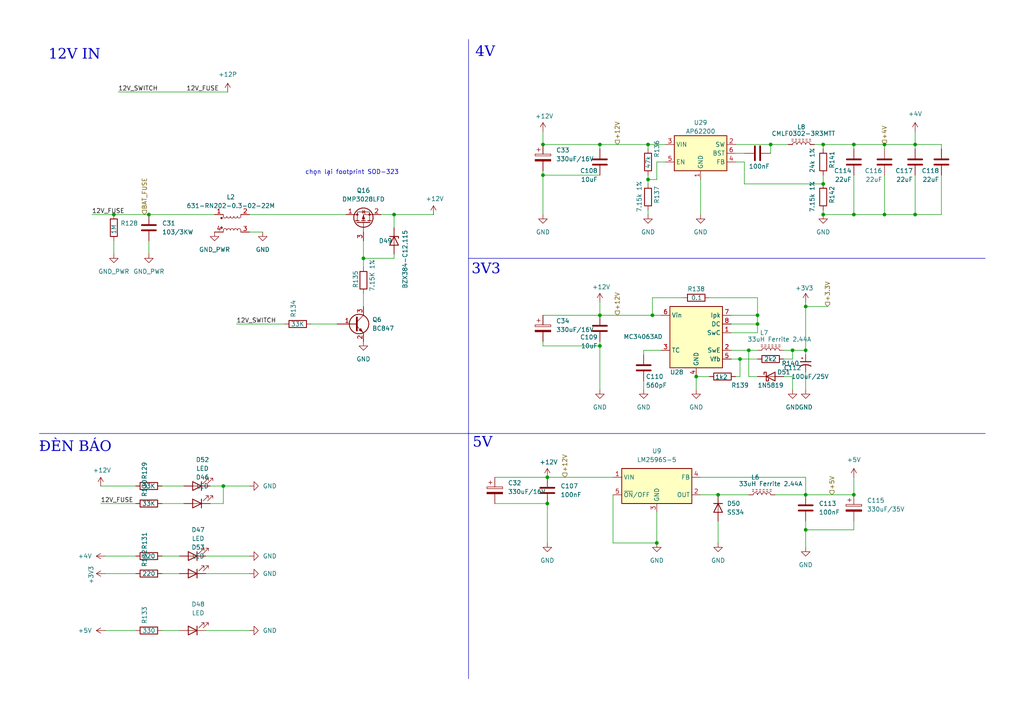
<source format=kicad_sch>
(kicad_sch (version 20231120) (generator "eeschema") (generator_version "8.0")
  (paper "A4")
  (lib_symbols
    (symbol "CTS_Regulator_Switching:AP62300T"
      (property "Reference" "U" (at -7.62 6.35 0))
      (property "Value" "AP62300T" (at 6.35 -6.35 0))
      (symbol "AP62300T_0_1"
        (rectangle (start -7.62 5.08) (end 7.62 -5.08) (stroke (width 0.254)) (fill (type background)))
      )
      (symbol "AP62300T_1_1"
        (pin power_in line (at 0 -7.62 90) (length 2.54) (name "GND") (number "1"))
        (pin output line (at 10.16 2.54 180) (length 2.54) (name "SW") (number "2"))
        (pin power_in line (at -10.16 2.54 0) (length 2.54) (name "VIN") (number "3"))
        (pin input line (at 10.16 -2.54 180) (length 2.54) (name "FB") (number "4"))
        (pin input line (at -10.16 -2.54 0) (length 2.54) (name "EN") (number "5"))
        (pin passive line (at 10.16 0 180) (length 2.54) (name "BST") (number "6"))
      )
    )
    (symbol "Device:C" (pin_numbers hide) (pin_names (offset 0.254))
      (property "Reference" "C" (at 0.635 2.54 0))
      (property "Value" "C" (at 0.635 -2.54 0))
      (symbol "C_0_1"
        (polyline (pts (xy -2.032 -0.762) (xy 2.032 -0.762)) (stroke (width 0.508)))
        (polyline (pts (xy -2.032 0.762) (xy 2.032 0.762)) (stroke (width 0.508)))
      )
      (symbol "C_1_1"
        (pin passive line (at 0 3.81 270) (length 2.794) (name "~") (number "1"))
        (pin passive line (at 0 -3.81 90) (length 2.794) (name "~") (number "2"))
      )
    )
    (symbol "Device:CP1_Small" (pin_numbers hide) (pin_names (offset 0.254) hide)
      (property "Reference" "C" (at 0.254 1.778 0))
      (property "Value" "Device_CP1_Small" (at 0.254 -2.032 0))
      (symbol "CP1_Small_0_1"
        (polyline (pts (xy -1.524 0.508) (xy 1.524 0.508)) (stroke (width 0.3048)))
        (polyline (pts (xy -1.27 1.524) (xy -0.762 1.524)))
        (polyline (pts (xy -1.016 1.27) (xy -1.016 1.778)))
        (arc (start 1.524 -0.762) (mid 0 -0.3734) (end -1.524 -0.762) (stroke (width 0.3048)))
      )
      (symbol "CP1_Small_1_1"
        (pin passive line (at 0 2.54 270) (length 2.032) (name "~") (number "1"))
        (pin passive line (at 0 -2.54 90) (length 2.032) (name "~") (number "2"))
      )
    )
    (symbol "Device:C_Polarized" (pin_numbers hide) (pin_names (offset 0.254))
      (property "Reference" "C" (at 0.635 2.54 0))
      (property "Value" "C_Polarized" (at 0.635 -2.54 0))
      (symbol "C_Polarized_0_1"
        (rectangle (start -2.286 0.508) (end 2.286 1.016))
        (polyline (pts (xy -1.778 2.286) (xy -0.762 2.286)))
        (polyline (pts (xy -1.27 2.794) (xy -1.27 1.778)))
        (rectangle (start 2.286 -0.508) (end -2.286 -1.016) (fill (type outline)))
      )
      (symbol "C_Polarized_1_1"
        (pin passive line (at 0 3.81 270) (length 2.794) (name "~") (number "1"))
        (pin passive line (at 0 -3.81 90) (length 2.794) (name "~") (number "2"))
      )
    )
    (symbol "Device:D" (pin_numbers hide) (pin_names (offset 1.016) hide)
      (property "Reference" "D" (at 0 2.54 0))
      (property "Value" "D" (at 0 -2.54 0))
      (symbol "D_0_1"
        (polyline (pts (xy -1.27 1.27) (xy -1.27 -1.27)) (stroke (width 0.254)))
        (polyline (pts (xy 1.27 0) (xy -1.27 0)))
        (polyline (pts (xy 1.27 1.27) (xy 1.27 -1.27) (xy -1.27 0) (xy 1.27 1.27)) (stroke (width 0.254)))
      )
      (symbol "D_1_1"
        (pin passive line (at -3.81 0 0) (length 2.54) (name "K") (number "1"))
        (pin passive line (at 3.81 0 180) (length 2.54) (name "A") (number "2"))
      )
    )
    (symbol "Device:LED" (pin_numbers hide) (pin_names (offset 1.016) hide)
      (property "Reference" "D" (at 0 2.54 0))
      (property "Value" "LED" (at 0 -2.54 0))
      (symbol "LED_0_1"
        (polyline (pts (xy -1.27 -1.27) (xy -1.27 1.27)) (stroke (width 0.254)))
        (polyline (pts (xy -1.27 0) (xy 1.27 0)))
        (polyline (pts (xy 1.27 -1.27) (xy 1.27 1.27) (xy -1.27 0) (xy 1.27 -1.27)) (stroke (width 0.254)))
        (polyline (pts (xy -3.048 -0.762) (xy -4.572 -2.286) (xy -3.81 -2.286) (xy -4.572 -2.286) (xy -4.572 -1.524)))
        (polyline (pts (xy -1.778 -0.762) (xy -3.302 -2.286) (xy -2.54 -2.286) (xy -3.302 -2.286) (xy -3.302 -1.524)))
      )
      (symbol "LED_1_1"
        (pin passive line (at -3.81 0 0) (length 2.54) (name "K") (number "1"))
        (pin passive line (at 3.81 0 180) (length 2.54) (name "A") (number "2"))
      )
    )
    (symbol "Device:L_Coupled_1243" (pin_names (offset 0.254) hide)
      (property "Reference" "L" (at 0 4.445 0))
      (property "Value" "L_Coupled_1243" (at 0 -4.445 0))
      (symbol "L_Coupled_1243_0_1"
        (circle (center -3.048 -1.27) (radius 0.254) (fill (type outline)))
        (circle (center -3.048 1.524) (radius 0.254) (fill (type outline)))
        (arc (start -2.54 2.032) (mid -2.032 1.5262) (end -1.524 2.032))
        (arc (start -1.524 -2.032) (mid -2.032 -1.5262) (end -2.54 -2.032))
        (arc (start -1.524 2.032) (mid -1.016 1.5262) (end -0.508 2.032))
        (arc (start -0.508 -2.032) (mid -1.016 -1.5262) (end -1.524 -2.032))
        (arc (start -0.508 2.032) (mid 0 1.5262) (end 0.508 2.032))
        (polyline (pts (xy -2.54 -2.032) (xy -2.54 -2.54)))
        (polyline (pts (xy -2.54 2.032) (xy -2.54 2.54)))
        (polyline (pts (xy 2.54 -2.032) (xy 2.54 -2.54)))
        (polyline (pts (xy 2.54 2.54) (xy 2.54 2.032)))
        (arc (start 0.508 -2.032) (mid 0 -1.5262) (end -0.508 -2.032))
        (arc (start 0.508 2.032) (mid 1.016 1.5262) (end 1.524 2.032))
        (arc (start 1.524 -2.032) (mid 1.016 -1.5262) (end 0.508 -2.032))
        (arc (start 1.524 2.032) (mid 2.032 1.5262) (end 2.54 2.032))
        (arc (start 2.54 -2.032) (mid 2.032 -1.5262) (end 1.524 -2.032))
      )
      (symbol "L_Coupled_1243_1_1"
        (pin passive line (at -5.08 2.54 0) (length 2.54) (name "1") (number "1"))
        (pin passive line (at 5.08 2.54 180) (length 2.54) (name "2") (number "2"))
        (pin passive line (at 5.08 -2.54 180) (length 2.54) (name "3") (number "3"))
        (pin passive line (at -5.08 -2.54 0) (length 2.54) (name "4") (number "4"))
      )
    )
    (symbol "Device:L_Ferrite" (pin_numbers hide) (pin_names (offset 1.016) hide)
      (property "Reference" "L" (at -1.27 0 90))
      (property "Value" "L_Ferrite" (at 2.794 0 90))
      (symbol "L_Ferrite_0_1"
        (arc (start 0 -2.54) (mid 0.6323 -1.905) (end 0 -1.27))
        (arc (start 0 -1.27) (mid 0.6323 -0.635) (end 0 0))
        (polyline (pts (xy 1.016 -2.794) (xy 1.016 -2.286)))
        (polyline (pts (xy 1.016 -1.778) (xy 1.016 -1.27)))
        (polyline (pts (xy 1.016 -0.762) (xy 1.016 -0.254)))
        (polyline (pts (xy 1.016 0.254) (xy 1.016 0.762)))
        (polyline (pts (xy 1.016 1.27) (xy 1.016 1.778)))
        (polyline (pts (xy 1.016 2.286) (xy 1.016 2.794)))
        (polyline (pts (xy 1.524 -2.286) (xy 1.524 -2.794)))
        (polyline (pts (xy 1.524 -1.27) (xy 1.524 -1.778)))
        (polyline (pts (xy 1.524 -0.254) (xy 1.524 -0.762)))
        (polyline (pts (xy 1.524 0.762) (xy 1.524 0.254)))
        (polyline (pts (xy 1.524 1.778) (xy 1.524 1.27)))
        (polyline (pts (xy 1.524 2.794) (xy 1.524 2.286)))
        (arc (start 0 0) (mid 0.6323 0.635) (end 0 1.27))
        (arc (start 0 1.27) (mid 0.6323 1.905) (end 0 2.54))
      )
      (symbol "L_Ferrite_1_1"
        (pin passive line (at 0 3.81 270) (length 1.27) (name "1") (number "1"))
        (pin passive line (at 0 -3.81 90) (length 1.27) (name "2") (number "2"))
      )
    )
    (symbol "Device:R" (pin_numbers hide) (pin_names (offset 0))
      (property "Reference" "R" (at 2.032 0 90))
      (property "Value" "R" (at 0 0 90))
      (symbol "R_0_1"
        (rectangle (start -1.016 -2.54) (end 1.016 2.54) (stroke (width 0.254)))
      )
      (symbol "R_1_1"
        (pin passive line (at 0 3.81 270) (length 1.27) (name "~") (number "1"))
        (pin passive line (at 0 -3.81 90) (length 1.27) (name "~") (number "2"))
      )
    )
    (symbol "Diode:1N5819" (pin_numbers hide) (pin_names (offset 1.016) hide)
      (property "Reference" "D" (at 0 2.54 0))
      (property "Value" "1N5819" (at 0 -2.54 0))
      (symbol "1N5819_0_1"
        (polyline (pts (xy 1.27 0) (xy -1.27 0)))
        (polyline (pts (xy 1.27 1.27) (xy 1.27 -1.27) (xy -1.27 0) (xy 1.27 1.27)) (stroke (width 0.254)))
        (polyline (pts (xy -1.905 0.635) (xy -1.905 1.27) (xy -1.27 1.27) (xy -1.27 -1.27) (xy -0.635 -1.27) (xy -0.635 -0.635)) (stroke (width 0.254)))
      )
      (symbol "1N5819_1_1"
        (pin passive line (at -3.81 0 0) (length 2.54) (name "K") (number "1"))
        (pin passive line (at 3.81 0 180) (length 2.54) (name "A") (number "2"))
      )
    )
    (symbol "Diode:BZX84Cxx" (pin_numbers hide) (pin_names hide)
      (property "Reference" "D" (at 0 2.54 0))
      (property "Value" "BZX84Cxx" (at 0 -2.54 0))
      (symbol "BZX84Cxx_0_1"
        (polyline (pts (xy 1.27 0) (xy -1.27 0)))
        (polyline (pts (xy -1.27 -1.27) (xy -1.27 1.27) (xy -0.762 1.27)) (stroke (width 0.254)))
        (polyline (pts (xy 1.27 -1.27) (xy 1.27 1.27) (xy -1.27 0) (xy 1.27 -1.27)) (stroke (width 0.254)))
      )
      (symbol "BZX84Cxx_1_1"
        (pin passive line (at -3.81 0 0) (length 2.54) (name "K") (number "1"))
        (pin passive line (at 3.81 0 180) (length 2.54) (name "A") (number "2"))
      )
    )
    (symbol "QSL_Transistor_FET:DMP3028LFD" (pin_names hide)
      (property "Reference" "Q" (at 5.08 1.905 0))
      (property "Value" "DMP3028LFD" (at 5.08 0 0))
      (symbol "DMP3028LFD_0_1"
        (polyline (pts (xy 0.254 0) (xy -2.54 0)))
        (polyline (pts (xy 0.254 1.905) (xy 0.254 -1.905)) (stroke (width 0.254)))
        (polyline (pts (xy 0.762 -1.27) (xy 0.762 -2.286)) (stroke (width 0.254)))
        (polyline (pts (xy 0.762 0.508) (xy 0.762 -0.508)) (stroke (width 0.254)))
        (polyline (pts (xy 0.762 2.286) (xy 0.762 1.27)) (stroke (width 0.254)))
        (polyline (pts (xy 2.54 2.54) (xy 2.54 1.778)))
        (polyline (pts (xy 2.54 -2.54) (xy 2.54 0) (xy 0.762 0)))
        (polyline (pts (xy 0.762 1.778) (xy 3.302 1.778) (xy 3.302 -1.778) (xy 0.762 -1.778)))
        (polyline (pts (xy 2.286 0) (xy 1.27 0.381) (xy 1.27 -0.381) (xy 2.286 0)) (fill (type outline)))
        (polyline (pts (xy 2.794 -0.508) (xy 2.921 -0.381) (xy 3.683 -0.381) (xy 3.81 -0.254)))
        (polyline (pts (xy 3.302 -0.381) (xy 2.921 0.254) (xy 3.683 0.254) (xy 3.302 -0.381)))
        (circle (center 1.651 0) (radius 2.794) (stroke (width 0.254)))
        (circle (center 2.54 -1.778) (radius 0.254) (fill (type outline)))
        (circle (center 2.54 1.778) (radius 0.254) (fill (type outline)))
      )
      (symbol "DMP3028LFD_1_1"
        (pin passive line (at 2.54 5.08 270) (length 2.54) (name "D") (number "1"))
        (pin passive line (at 2.54 -5.08 90) (length 2.54) (name "S") (number "2"))
        (pin passive line (at -5.08 0 0) (length 2.54) (name "G") (number "3"))
      )
    )
    (symbol "Regulator_Switching:LM2596S-5"
      (property "Reference" "U" (at -10.16 6.35 0))
      (property "Value" "LM2596S-5" (at 0 6.35 0))
      (symbol "LM2596S-5_0_1"
        (rectangle (start -10.16 5.08) (end 10.16 -5.08) (stroke (width 0.254)) (fill (type background)))
      )
      (symbol "LM2596S-5_1_1"
        (pin power_in line (at -12.7 2.54 0) (length 2.54) (name "VIN") (number "1"))
        (pin output line (at 12.7 -2.54 180) (length 2.54) (name "OUT") (number "2"))
        (pin power_in line (at 0 -7.62 90) (length 2.54) (name "GND") (number "3"))
        (pin input line (at 12.7 2.54 180) (length 2.54) (name "FB") (number "4"))
        (pin input line (at -12.7 -2.54 0) (length 2.54) (name "~{ON}/OFF") (number "5"))
      )
    )
    (symbol "Regulator_Switching:MC33063AD"
      (property "Reference" "U" (at -7.62 8.89 0))
      (property "Value" "MC33063AD" (at 0 8.89 0))
      (symbol "MC33063AD_0_1"
        (rectangle (start -7.62 7.62) (end 7.62 -10.16) (stroke (width 0.254)) (fill (type background)))
      )
      (symbol "MC33063AD_1_1"
        (pin open_collector line (at 10.16 0 180) (length 2.54) (name "SwC") (number "1"))
        (pin open_emitter line (at 10.16 -5.08 180) (length 2.54) (name "SwE") (number "2"))
        (pin passive line (at -10.16 -5.08 0) (length 2.54) (name "TC") (number "3"))
        (pin power_in line (at 0 -12.7 90) (length 2.54) (name "GND") (number "4"))
        (pin input line (at 10.16 -7.62 180) (length 2.54) (name "Vfb") (number "5"))
        (pin power_in line (at -10.16 5.08 0) (length 2.54) (name "Vin") (number "6"))
        (pin input line (at 10.16 5.08 180) (length 2.54) (name "Ipk") (number "7"))
        (pin open_collector line (at 10.16 2.54 180) (length 2.54) (name "DC") (number "8"))
      )
    )
    (symbol "Transistor_BJT:BC847" (pin_names (offset 0) hide)
      (property "Reference" "Q" (at 5.08 1.905 0))
      (property "Value" "BC847" (at 5.08 0 0))
      (symbol "BC847_0_1"
        (polyline (pts (xy 0.635 0.635) (xy 2.54 2.54)))
        (polyline (pts (xy 0.635 -0.635) (xy 2.54 -2.54) (xy 2.54 -2.54)))
        (polyline (pts (xy 0.635 1.905) (xy 0.635 -1.905) (xy 0.635 -1.905)) (stroke (width 0.508)))
        (polyline (pts (xy 1.27 -1.778) (xy 1.778 -1.27) (xy 2.286 -2.286) (xy 1.27 -1.778) (xy 1.27 -1.778)) (fill (type outline)))
        (circle (center 1.27 0) (radius 2.8194) (stroke (width 0.254)))
      )
      (symbol "BC847_1_1"
        (pin input line (at -5.08 0 0) (length 5.715) (name "B") (number "1"))
        (pin passive line (at 2.54 -5.08 90) (length 2.54) (name "E") (number "2"))
        (pin passive line (at 2.54 5.08 270) (length 2.54) (name "C") (number "3"))
      )
    )
    (symbol "power:+12P" (power) (pin_numbers hide) (pin_names (offset 0) hide)
      (property "Value" "+12P" (at 0 3.556 0))
      (symbol "+12P_0_1"
        (polyline (pts (xy -0.762 1.27) (xy 0 2.54)))
        (polyline (pts (xy 0 0) (xy 0 2.54)))
        (polyline (pts (xy 0 2.54) (xy 0.762 1.27)))
      )
      (symbol "+12P_1_1"
        (pin power_in line (at 0 0 90) (length 0) (name "~") (number "1"))
      )
    )
    (symbol "power:+12V" (power) (pin_names (offset 0))
      (property "Value" "+12V" (at 0 3.556 0))
      (symbol "+12V_0_1"
        (polyline (pts (xy -0.762 1.27) (xy 0 2.54)))
        (polyline (pts (xy 0 0) (xy 0 2.54)))
        (polyline (pts (xy 0 2.54) (xy 0.762 1.27)))
      )
      (symbol "+12V_1_1"
        (pin power_in line (at 0 0 90) (length 0) hide (name "+12V") (number "1"))
      )
    )
    (symbol "power:+12VA" (power) (pin_numbers hide) (pin_names (offset 0) hide)
      (property "Value" "+12VA" (at 0 3.556 0))
      (symbol "+12VA_0_1"
        (polyline (pts (xy -0.762 1.27) (xy 0 2.54)))
        (polyline (pts (xy 0 0) (xy 0 2.54)))
        (polyline (pts (xy 0 2.54) (xy 0.762 1.27)))
      )
      (symbol "+12VA_1_1"
        (pin power_in line (at 0 0 90) (length 0) (name "~") (number "1"))
      )
    )
    (symbol "power:+3.3V" (power) (pin_names (offset 0))
      (property "Value" "+3.3V" (at 0 3.556 0))
      (symbol "+3.3V_0_1"
        (polyline (pts (xy -0.762 1.27) (xy 0 2.54)))
        (polyline (pts (xy 0 0) (xy 0 2.54)))
        (polyline (pts (xy 0 2.54) (xy 0.762 1.27)))
      )
      (symbol "+3.3V_1_1"
        (pin power_in line (at 0 0 90) (length 0) hide (name "+3V3") (number "1"))
      )
    )
    (symbol "power:+4V" (power) (pin_names (offset 0))
      (property "Value" "+4V" (at 0 3.556 0))
      (symbol "+4V_0_1"
        (polyline (pts (xy -0.762 1.27) (xy 0 2.54)))
        (polyline (pts (xy 0 0) (xy 0 2.54)))
        (polyline (pts (xy 0 2.54) (xy 0.762 1.27)))
      )
      (symbol "+4V_1_1"
        (pin power_in line (at 0 0 90) (length 0) hide (name "+4V") (number "1"))
      )
    )
    (symbol "power:+5V" (power) (pin_numbers hide) (pin_names (offset 0) hide)
      (property "Value" "+5V" (at 0 3.556 0))
      (symbol "+5V_0_1"
        (polyline (pts (xy -0.762 1.27) (xy 0 2.54)))
        (polyline (pts (xy 0 0) (xy 0 2.54)))
        (polyline (pts (xy 0 2.54) (xy 0.762 1.27)))
      )
      (symbol "+5V_1_1"
        (pin power_in line (at 0 0 90) (length 0) (name "~") (number "1"))
      )
    )
    (symbol "power:GND" (power) (pin_names (offset 0))
      (property "Value" "GND" (at 0 -3.81 0))
      (symbol "GND_0_1"
        (polyline (pts (xy 0 0) (xy 0 -1.27) (xy 1.27 -1.27) (xy 0 -2.54) (xy -1.27 -1.27) (xy 0 -1.27)))
      )
      (symbol "GND_1_1"
        (pin power_in line (at 0 0 270) (length 0) hide (name "GND") (number "1"))
      )
    )
    (symbol "power:GND1" (power) (pin_numbers hide) (pin_names (offset 0) hide)
      (property "Value" "GND1" (at 0 -3.81 0))
      (symbol "GND1_0_1"
        (polyline (pts (xy 0 0) (xy 0 -1.27) (xy 1.27 -1.27) (xy 0 -2.54) (xy -1.27 -1.27) (xy 0 -1.27)))
      )
      (symbol "GND1_1_1"
        (pin power_in line (at 0 0 270) (length 0) (name "~") (number "1"))
      )
    )
  )
  (junction (at 238.76 53.34))
  (junction (at 247.65 143.51))
  (junction (at 64.77 140.97))
  (junction (at 265.43 62.23))
  (junction (at 256.54 62.23))
  (junction (at 247.65 41.91))
  (junction (at 187.96 41.91))
  (junction (at 114.3 62.23))
  (junction (at 187.96 52.07))
  (junction (at 189.23 91.44))
  (junction (at 233.68 153.67))
  (junction (at 238.76 62.23))
  (junction (at 247.65 62.23))
  (junction (at 173.99 91.44))
  (junction (at 157.48 50.8))
  (junction (at 229.87 101.6))
  (junction (at 43.18 62.23))
  (junction (at 190.5 157.48))
  (junction (at 208.28 143.51))
  (junction (at 219.71 93.98))
  (junction (at 157.48 41.91))
  (junction (at 233.68 88.9))
  (junction (at 265.43 41.91))
  (junction (at 105.41 74.93))
  (junction (at 158.75 138.43))
  (junction (at 238.76 41.91))
  (junction (at 214.63 104.14))
  (junction (at 233.68 143.51))
  (junction (at 33.02 62.23))
  (junction (at 219.71 91.44))
  (junction (at 173.99 41.91))
  (junction (at 223.52 41.91))
  (junction (at 217.17 101.6))
  (junction (at 158.75 146.05))
  (junction (at 256.54 41.91))
  (junction (at 173.99 100.33))
  (junction (at 201.93 109.22))
  (junction (at 233.68 101.6))
  (wire (pts (xy 265.43 62.23) (xy 256.54 62.23)))
  (wire (pts (xy 212.09 96.52) (xy 219.71 96.52)))
  (polyline (pts (xy 135.89 11.43) (xy 135.89 196.85)))
  (wire (pts (xy 229.87 101.6) (xy 233.68 101.6)))
  (wire (pts (xy 247.65 50.8) (xy 247.65 62.23)))
  (wire (pts (xy 212.09 101.6) (xy 217.17 101.6)))
  (wire (pts (xy 30.48 166.37) (xy 39.37 166.37)))
  (wire (pts (xy 72.39 62.23) (xy 100.33 62.23)))
  (wire (pts (xy 29.21 140.97) (xy 39.37 140.97)))
  (wire (pts (xy 256.54 62.23) (xy 247.65 62.23)))
  (wire (pts (xy 233.68 88.9) (xy 233.68 101.6)))
  (wire (pts (xy 233.68 143.51) (xy 247.65 143.51)))
  (wire (pts (xy 229.87 113.03) (xy 229.87 109.22)))
  (wire (pts (xy 229.87 104.14) (xy 229.87 101.6)))
  (wire (pts (xy 191.77 101.6) (xy 186.69 101.6)))
  (wire (pts (xy 214.63 109.22) (xy 214.63 104.14)))
  (wire (pts (xy 233.68 107.95) (xy 233.68 113.03)))
  (wire (pts (xy 46.99 140.97) (xy 53.34 140.97)))
  (wire (pts (xy 273.05 62.23) (xy 265.43 62.23)))
  (wire (pts (xy 228.6 41.91) (xy 223.52 41.91)))
  (wire (pts (xy 256.54 41.91) (xy 256.54 43.18)))
  (wire (pts (xy 233.68 87.63) (xy 233.68 88.9)))
  (wire (pts (xy 238.76 60.96) (xy 238.76 62.23)))
  (wire (pts (xy 227.33 101.6) (xy 229.87 101.6)))
  (wire (pts (xy 227.33 104.14) (xy 229.87 104.14)))
  (wire (pts (xy 233.68 158.75) (xy 233.68 153.67)))
  (wire (pts (xy 215.9 53.34) (xy 238.76 53.34)))
  (wire (pts (xy 90.17 93.98) (xy 97.79 93.98)))
  (wire (pts (xy 110.49 62.23) (xy 114.3 62.23)))
  (wire (pts (xy 217.17 101.6) (xy 217.17 109.22)))
  (wire (pts (xy 265.43 43.18) (xy 265.43 41.91)))
  (wire (pts (xy 212.09 104.14) (xy 214.63 104.14)))
  (wire (pts (xy 157.48 91.44) (xy 173.99 91.44)))
  (wire (pts (xy 219.71 86.36) (xy 219.71 91.44)))
  (wire (pts (xy 203.2 52.07) (xy 203.2 62.23)))
  (wire (pts (xy 46.99 161.29) (xy 52.07 161.29)))
  (wire (pts (xy 190.5 148.59) (xy 190.5 157.48)))
  (wire (pts (xy 114.3 74.93) (xy 114.3 73.66)))
  (wire (pts (xy 224.79 143.51) (xy 233.68 143.51)))
  (wire (pts (xy 238.76 41.91) (xy 247.65 41.91)))
  (wire (pts (xy 223.52 41.91) (xy 223.52 44.45)))
  (wire (pts (xy 105.41 69.85) (xy 105.41 74.93)))
  (wire (pts (xy 219.71 96.52) (xy 219.71 93.98)))
  (wire (pts (xy 46.99 146.05) (xy 53.34 146.05)))
  (wire (pts (xy 213.36 46.99) (xy 215.9 46.99)))
  (wire (pts (xy 173.99 43.18) (xy 173.99 41.91)))
  (wire (pts (xy 59.69 182.88) (xy 72.39 182.88)))
  (wire (pts (xy 177.8 157.48) (xy 190.5 157.48)))
  (wire (pts (xy 114.3 62.23) (xy 114.3 66.04)))
  (wire (pts (xy 208.28 157.48) (xy 208.28 151.13)))
  (wire (pts (xy 43.18 62.23) (xy 62.23 62.23)))
  (wire (pts (xy 187.96 41.91) (xy 193.04 41.91)))
  (wire (pts (xy 105.41 74.93) (xy 114.3 74.93)))
  (wire (pts (xy 203.2 138.43) (xy 233.68 138.43)))
  (wire (pts (xy 212.09 93.98) (xy 219.71 93.98)))
  (wire (pts (xy 247.65 62.23) (xy 238.76 62.23)))
  (wire (pts (xy 114.3 62.23) (xy 125.73 62.23)))
  (wire (pts (xy 190.5 52.07) (xy 187.96 52.07)))
  (wire (pts (xy 201.93 109.22) (xy 201.93 113.03)))
  (wire (pts (xy 157.48 99.06) (xy 157.48 100.33)))
  (wire (pts (xy 60.96 140.97) (xy 64.77 140.97)))
  (wire (pts (xy 233.68 88.9) (xy 240.03 88.9)))
  (wire (pts (xy 26.67 62.23) (xy 33.02 62.23)))
  (wire (pts (xy 187.96 41.91) (xy 187.96 43.18)))
  (polyline (pts (xy 11.43 125.73) (xy 135.89 125.73)))
  (wire (pts (xy 214.63 104.14) (xy 219.71 104.14)))
  (wire (pts (xy 191.77 91.44) (xy 189.23 91.44)))
  (wire (pts (xy 46.99 166.37) (xy 52.07 166.37)))
  (wire (pts (xy 273.05 41.91) (xy 265.43 41.91)))
  (wire (pts (xy 217.17 109.22) (xy 219.71 109.22)))
  (wire (pts (xy 233.68 138.43) (xy 233.68 143.51)))
  (wire (pts (xy 76.2 67.31) (xy 72.39 67.31)))
  (wire (pts (xy 59.69 166.37) (xy 72.39 166.37)))
  (wire (pts (xy 190.5 46.99) (xy 190.5 52.07)))
  (wire (pts (xy 173.99 113.03) (xy 173.99 100.33)))
  (wire (pts (xy 33.02 62.23) (xy 43.18 62.23)))
  (wire (pts (xy 217.17 101.6) (xy 219.71 101.6)))
  (wire (pts (xy 68.58 93.98) (xy 82.55 93.98)))
  (wire (pts (xy 208.28 143.51) (xy 217.17 143.51)))
  (wire (pts (xy 157.48 38.1) (xy 157.48 41.91)))
  (wire (pts (xy 158.75 138.43) (xy 177.8 138.43)))
  (wire (pts (xy 173.99 41.91) (xy 187.96 41.91)))
  (wire (pts (xy 201.93 109.22) (xy 205.74 109.22)))
  (wire (pts (xy 247.65 138.43) (xy 247.65 143.51)))
  (wire (pts (xy 59.69 161.29) (xy 72.39 161.29)))
  (wire (pts (xy 173.99 87.63) (xy 173.99 91.44)))
  (wire (pts (xy 30.48 161.29) (xy 39.37 161.29)))
  (wire (pts (xy 203.2 143.51) (xy 208.28 143.51)))
  (wire (pts (xy 157.48 50.8) (xy 157.48 62.23)))
  (wire (pts (xy 105.41 85.09) (xy 105.41 88.9)))
  (wire (pts (xy 247.65 41.91) (xy 256.54 41.91)))
  (wire (pts (xy 177.8 143.51) (xy 177.8 157.48)))
  (wire (pts (xy 247.65 153.67) (xy 233.68 153.67)))
  (wire (pts (xy 238.76 41.91) (xy 238.76 43.18)))
  (wire (pts (xy 223.52 41.91) (xy 213.36 41.91)))
  (wire (pts (xy 187.96 60.96) (xy 187.96 62.23)))
  (wire (pts (xy 186.69 101.6) (xy 186.69 102.87)))
  (wire (pts (xy 173.99 91.44) (xy 189.23 91.44)))
  (wire (pts (xy 238.76 50.8) (xy 238.76 53.34)))
  (polyline (pts (xy 135.89 74.93) (xy 285.75 74.93)))
  (wire (pts (xy 219.71 91.44) (xy 212.09 91.44)))
  (polyline (pts (xy 135.89 125.73) (xy 285.75 125.73)))
  (wire (pts (xy 233.68 153.67) (xy 233.68 151.13)))
  (wire (pts (xy 187.96 50.8) (xy 187.96 52.07)))
  (wire (pts (xy 34.29 26.67) (xy 66.04 26.67)))
  (wire (pts (xy 64.77 140.97) (xy 64.77 146.05)))
  (wire (pts (xy 193.04 46.99) (xy 190.5 46.99)))
  (wire (pts (xy 43.18 73.66) (xy 43.18 69.85)))
  (wire (pts (xy 219.71 93.98) (xy 219.71 91.44)))
  (wire (pts (xy 236.22 41.91) (xy 238.76 41.91)))
  (wire (pts (xy 205.74 86.36) (xy 219.71 86.36)))
  (wire (pts (xy 46.99 182.88) (xy 52.07 182.88)))
  (wire (pts (xy 187.96 52.07) (xy 187.96 53.34)))
  (wire (pts (xy 29.21 146.05) (xy 39.37 146.05)))
  (wire (pts (xy 173.99 100.33) (xy 173.99 99.06)))
  (wire (pts (xy 158.75 157.48) (xy 158.75 146.05)))
  (wire (pts (xy 256.54 41.91) (xy 265.43 41.91)))
  (wire (pts (xy 60.96 146.05) (xy 64.77 146.05)))
  (wire (pts (xy 72.39 140.97) (xy 64.77 140.97)))
  (wire (pts (xy 233.68 101.6) (xy 233.68 102.87)))
  (wire (pts (xy 265.43 50.8) (xy 265.43 62.23)))
  (wire (pts (xy 189.23 86.36) (xy 189.23 91.44)))
  (wire (pts (xy 273.05 43.18) (xy 273.05 41.91)))
  (wire (pts (xy 247.65 41.91) (xy 247.65 43.18)))
  (wire (pts (xy 265.43 38.1) (xy 265.43 41.91)))
  (wire (pts (xy 256.54 50.8) (xy 256.54 62.23)))
  (wire (pts (xy 157.48 49.53) (xy 157.48 50.8)))
  (wire (pts (xy 33.02 73.66) (xy 33.02 69.85)))
  (wire (pts (xy 157.48 100.33) (xy 173.99 100.33)))
  (wire (pts (xy 157.48 41.91) (xy 173.99 41.91)))
  (wire (pts (xy 30.48 182.88) (xy 39.37 182.88)))
  (wire (pts (xy 105.41 74.93) (xy 105.41 77.47)))
  (wire (pts (xy 215.9 44.45) (xy 213.36 44.45)))
  (wire (pts (xy 215.9 46.99) (xy 215.9 53.34)))
  (wire (pts (xy 247.65 151.13) (xy 247.65 153.67)))
  (wire (pts (xy 227.33 109.22) (xy 229.87 109.22)))
  (wire (pts (xy 186.69 110.49) (xy 186.69 113.03)))
  (wire (pts (xy 273.05 50.8) (xy 273.05 62.23)))
  (wire (pts (xy 143.51 138.43) (xy 158.75 138.43)))
  (wire (pts (xy 157.48 50.8) (xy 173.99 50.8)))
  (wire (pts (xy 189.23 86.36) (xy 198.12 86.36)))
  (wire (pts (xy 143.51 146.05) (xy 158.75 146.05)))
  (wire (pts (xy 213.36 109.22) (xy 214.63 109.22)))
  (text "5V" (at 139.954 129.286 0) (effects (font (size 3 3))))
  (text "12V IN" (at 21.59 16.764 0) (effects (font (size 3 3))))
  (text "4V" (at 140.716 16.002 0) (effects (font (size 3 3))))
  (text "chọn lại footprint SOD-323" (at 102.108 50.038 0) (effects (font (size 1.27 1.27))))
  (text "3V3" (at 140.97 78.994 0) (effects (font (size 3 3))))
  (text "ĐÈN BÁO" (at 21.844 130.556 0) (effects (font (size 3 3))))
  (label "12V_FUSE" (at 29.21 146.05 0))
  (label "12V_SWITCH" (at 34.29 26.67 0))
  (label "12V_FUSE" (at 63.5 26.67 180))
  (label "12V_FUSE" (at 26.67 62.23 0))
  (label "12V_SWITCH" (at 68.58 93.98 0))
  (hierarchical_label "+4V" (shape input) (at 256.54 41.91 90))
  (hierarchical_label "+5V" (shape input) (at 241.3 143.51 90))
  (hierarchical_label "BAT_FUSE" (shape input) (at 41.91 62.23 90))
  (hierarchical_label "+12V" (shape input) (at 163.83 138.43 90))
  (hierarchical_label "+3.3V" (shape input) (at 240.03 88.9 90))
  (hierarchical_label "+12V" (shape input) (at 179.07 91.44 90))
  (hierarchical_label "+12V" (shape input) (at 179.07 41.91 90))
  (symbol (lib_id "power:GND") (at 203.2 62.23 0) (unit 1)
    (property "Reference" "#PWR0213" (effects (hide yes)))
    (property "Value" "GND" (at 203.2 67.31 0))
  )
  (symbol (lib_id "power:GND") (at 72.39 161.29 90) (unit 1)
    (property "Reference" "#PWR0191" (effects (hide yes)))
    (property "Value" "GND" (at 76.2 161.2899 90) (effects (justify right)))
  )
  (symbol (lib_id "Regulator_Switching:LM2596S-5") (at 190.5 140.97 0) (unit 1)
    (property "Reference" "U9" (at 190.5 130.81 0))
    (property "Value" "LM2596S-5" (at 190.5 133.35 0))
    (property "Footprint" "Package_TO_SOT_SMD:TO-263-5_TabPin3" (effects (hide yes)))
    (property "Datasheet" "http://www.ti.com/lit/ds/symlink/lm2596.pdf" (effects (hide yes)))
    (property "Description" "5V 3A Step-Down Voltage Regulator, TO-263" (effects (hide yes)))
    (property "Order" "https://www.thegioiic.com/lm2596s-5-0-ic-dieu-chinh-giam-ap-5v-3a-to-263-5" (effects (hide yes)))
  )
  (symbol (lib_id "Device:C") (at 186.69 106.68 0) (unit 1)
    (property "Reference" "C110" (at 187.325 109.22 0) (effects (justify left)))
    (property "Value" "560pF" (at 187.325 111.76 0) (effects (justify left)))
    (property "Footprint" "Capacitor_SMD:C_0805_2012Metric" (effects (hide yes)))
    (property "Link" "https://www.thegioiic.com/products/tu-gom-0805-560pf-50v" (effects (hide yes)))
    (property "Price (VND)" "218" (effects (hide yes)))
    (property "Order" "https://www.lcsc.com/product-detail/Multilayer-Ceramic-Capacitors-MLCC-SMD-SMT_YAGEO-CC0805JRNPO9BN561_C107119.html?s_z=n_560pF" (effects (hide yes)))
  )
  (symbol (lib_id "power:GND1") (at 43.18 73.66 0) (unit 1)
    (property "Reference" "#PWR0187" (effects (hide yes)))
    (property "Value" "GND_PWR" (at 43.18 78.74 0))
    (property "Description" "Power symbol creates a global label with name \"GND1\" , ground" (effects (hide yes)))
  )
  (symbol (lib_id "Diode:1N5819") (at 223.52 109.22 0) (unit 1)
    (property "Reference" "D51" (at 227.33 107.95 0))
    (property "Value" "1N5819" (at 223.52 111.76 0))
    (property "Footprint" "Diode_SMD:D_SOD-123F" (effects (hide yes)))
    (property "Datasheet" "http://www.vishay.com/docs/88525/1n5817.pdf" (effects (hide yes)))
    (property "Link" "https://www.thegioiic.com/products/ss14-sma-diode-schottky-1a-1n5819" (effects (hide yes)))
    (property "Price (VND)" "600" (effects (hide yes)))
  )
  (symbol (lib_id "Device:LED") (at 57.15 140.97 180) (unit 1)
    (property "Reference" "D52" (at 58.7375 133.35 0))
    (property "Value" "LED" (at 58.7375 135.89 0))
    (property "Footprint" "LED_SMD:LED_0805_2012Metric" (effects (hide yes)))
    (property "Order" "https://www.lcsc.com/product-detail/Light-Emitting-Diodes-LED_XINGLIGHT-XL-2012SURC_C965812.html" (effects (hide yes)))
  )
  (symbol (lib_id "power:GND") (at 229.87 113.03 0) (unit 1)
    (property "Reference" "#PWR0215" (effects (hide yes)))
    (property "Value" "GND" (at 229.87 118.11 0))
  )
  (symbol (lib_id "Device:LED") (at 57.15 146.05 180) (unit 1)
    (property "Reference" "D46" (at 58.7375 138.43 0))
    (property "Value" "LED" (at 58.7375 140.97 0))
    (property "Footprint" "LED_SMD:LED_0805_2012Metric" (effects (hide yes)))
    (property "Order" "https://www.lcsc.com/product-detail/Light-Emitting-Diodes-LED_XINGLIGHT-XL-2012SURC_C965812.html" (effects (hide yes)))
  )
  (symbol (lib_id "Device:R") (at 43.18 182.88 270) (unit 1)
    (property "Reference" "R133" (at 41.9099 180.975 0) (effects (justify right)))
    (property "Value" "330" (at 45.085 182.88 90) (effects (justify right)))
    (property "Footprint" "Resistor_SMD:R_0805_2012Metric" (effects (hide yes)))
    (property "Order" "https://www.lcsc.com/product-detail/Chip-Resistor-Surface-Mount_FOJAN-FRC0805F3300TS_C2930157.html?s_z=n_10k" (effects (hide yes)))
  )
  (symbol (lib_id "power:GND") (at 105.41 99.06 0) (unit 1)
    (property "Reference" "#PWR0195" (effects (hide yes)))
    (property "Value" "GND" (at 105.41 104.14 0))
  )
  (symbol (lib_id "Device:CP1_Small") (at 233.68 105.41 0) (unit 1)
    (property "Reference" "C112" (at 229.87 106.68 0))
    (property "Value" "100uF/25V" (at 234.95 109.22 0))
    (property "Footprint" "Capacitor_Tantalum_SMD:CP_EIA-7343-43_Kemet-X" (effects (hide yes)))
    (property "Link" "https://www.thegioiic.com/products/tu-hoa-100uf-25v-5x12mm-xuyen-lo" (effects (hide yes)))
    (property "Price (VND)" "600" (effects (hide yes)))
  )
  (symbol (lib_id "Device:L_Coupled_1243") (at 67.31 64.77 0) (unit 1)
    (property "Reference" "L2" (at 66.929 57.15 0))
    (property "Value" "631-RN202-0.3-02-22M" (at 66.929 59.69 0))
    (property "Footprint" "CTS_Inductor_THT:Choke_Schaffner_RN202-04-8.8x18.2mm" (effects (hide yes)))
    (property "Description" "Coupled inductor" (effects (hide yes)))
    (property "Order" "https://www.mouser.vn/ProductDetail/Schaffner/RN202-0.3-02-22M?qs=sGAEpiMZZMtyFaoUegSfpgDo1ggbX6XvBGZ4sMiPvErRLCweJaPYaA%3D%3D" (effects (hide yes)))
  )
  (symbol (lib_id "power:GND") (at 158.75 157.48 0) (unit 1)
    (property "Reference" "#PWR0206" (effects (hide yes)))
    (property "Value" "GND" (at 158.75 162.56 0))
  )
  (symbol (lib_id "power:GND") (at 187.96 62.23 0) (unit 1)
    (property "Reference" "#PWR0210" (effects (hide yes)))
    (property "Value" "GND" (at 187.96 67.31 0))
  )
  (symbol (lib_id "power:GND") (at 72.39 166.37 90) (unit 1)
    (property "Reference" "#PWR0192" (effects (hide yes)))
    (property "Value" "GND" (at 76.2 166.3699 90) (effects (justify right)))
  )
  (symbol (lib_id "Device:C") (at 219.71 44.45 270) (mirror x) (unit 1)
    (property "Reference" "C111" (effects (hide yes)))
    (property "Value" "100nF" (at 217.17 48.26 90) (effects (justify left)))
    (property "Footprint" "Capacitor_SMD:C_0805_2012Metric" (effects (hide yes)))
    (property "Order" "https://www.lcsc.com/product-detail/Multilayer-Ceramic-Capacitors-MLCC-SMD-SMT_YAGEO-CC0805KRX7R9BB104_C49678.html" (effects (hide yes)))
  )
  (symbol (lib_id "Device:R") (at 33.02 66.04 180) (unit 1)
    (property "Reference" "R128" (at 34.925 64.7699 0) (effects (justify right)))
    (property "Value" "1M" (at 33.02 67.945 90) (effects (justify right)))
    (property "Footprint" "Resistor_SMD:R_0805_2012Metric" (effects (hide yes)))
    (property "Order" "https://www.lcsc.com/product-detail/Chip-Resistor-Surface-Mount_UNI-ROYAL-Uniroyal-Elec-0805W8F1004T5E_C17514.html?s_z=n_10k" (effects (hide yes)))
  )
  (symbol (lib_id "Device:L_Ferrite") (at 223.52 101.6 90) (unit 1)
    (property "Reference" "L7" (at 221.615 96.52 90))
    (property "Value" "33uH Ferrite 2.44A" (at 226.06 98.425 90))
    (property "Footprint" "Inductor_SMD:L_Taiyo-Yuden_NR-60xx" (effects (hide yes)))
    (property "Order" "https://www.mouser.vn/ProductDetail/Pulse-Electronics/PA4321.333NLT?qs=JxQonD1Dq%252BKcOFQkMu6Ckg%3D%3D" (effects (hide yes)))
  )
  (symbol (lib_id "Device:LED") (at 55.88 166.37 180) (unit 1)
    (property "Reference" "D53" (at 57.4675 158.75 0))
    (property "Value" "LED" (at 57.4675 161.29 0))
    (property "Footprint" "LED_SMD:LED_0805_2012Metric" (effects (hide yes)))
    (property "Order" "https://www.lcsc.com/product-detail/Light-Emitting-Diodes-LED_XINGLIGHT-XL-2012SURC_C965812.html" (effects (hide yes)))
  )
  (symbol (lib_id "Device:R") (at 187.96 46.99 180) (unit 1)
    (property "Reference" "R136" (at 190.5 45.72 90) (effects (justify right)))
    (property "Value" "47k" (at 187.96 48.895 90) (effects (justify right)))
    (property "Footprint" "Resistor_SMD:R_0805_2012Metric" (effects (hide yes)))
    (property "Order" "https://www.lcsc.com/product-detail/Chip-Resistor-Surface-Mount_Viking-Tech-ARG05FTC4702_C218592.html?s_z=n_10k" (effects (hide yes)))
  )
  (symbol (lib_id "power:+3.3V") (at 233.68 87.63 0) (unit 1)
    (property "Reference" "#PWR0216" (effects (hide yes)))
    (property "Value" "+3V3" (at 230.632 83.566 0) (effects (justify left)))
  )
  (symbol (lib_id "power:GND1") (at 33.02 73.66 0) (unit 1)
    (property "Reference" "#PWR061" (effects (hide yes)))
    (property "Value" "GND_PWR" (at 33.02 78.74 0))
    (property "Description" "Power symbol creates a global label with name \"GND1\" , ground" (effects (hide yes)))
  )
  (symbol (lib_id "Device:R") (at 187.96 57.15 180) (unit 1)
    (property "Reference" "R137" (at 190.5 59.055 90) (effects (justify right)))
    (property "Value" "7.15k 1%" (at 185.42 61.595 90) (effects (justify right)))
    (property "Footprint" "CTS_Resistor_SMD:R_0402_1005Metric" (effects (hide yes)))
    (property "Order" "https://www.lcsc.com/product-detail/Chip-Resistor-Surface-Mount_YAGEO-RC0402FR-077K15L_C185395.html" (effects (hide yes)))
  )
  (symbol (lib_id "power:GND") (at 190.5 157.48 0) (unit 1)
    (property "Reference" "#PWR0211" (effects (hide yes)))
    (property "Value" "GND" (at 190.5 162.56 0))
  )
  (symbol (lib_id "power:GND") (at 72.39 140.97 90) (unit 1)
    (property "Reference" "#PWR0190" (effects (hide yes)))
    (property "Value" "GND" (at 76.2 140.9699 90) (effects (justify right)))
  )
  (symbol (lib_id "Device:C") (at 173.99 95.25 0) (mirror y) (unit 1)
    (property "Reference" "C109" (at 173.355 97.79 0) (effects (justify left)))
    (property "Value" "10uF" (at 173.355 100.33 0) (effects (justify left)))
    (property "Footprint" "Capacitor_SMD:C_0805_2012Metric" (effects (hide yes)))
    (property "Order" "https://www.lcsc.com/product-detail/Multilayer-Ceramic-Capacitors-MLCC-SMD-SMT_Samsung-Electro-Mechanics-CL10A106MQ8NNNC_C1691.html" (effects (hide yes)))
  )
  (symbol (lib_id "Device:C") (at 256.54 46.99 0) (mirror y) (unit 1)
    (property "Reference" "C116" (at 255.905 49.53 0) (effects (justify left)))
    (property "Value" "22uF" (at 255.905 52.07 0) (effects (justify left)))
    (property "Footprint" "Capacitor_SMD:C_0805_2012Metric" (effects (hide yes)))
    (property "Order" "https://www.lcsc.com/product-detail/Multilayer-Ceramic-Capacitors-MLCC-SMD-SMT_Murata-Electronics-GRM21BR60J226ME39L_C77071.html" (effects (hide yes)))
  )
  (symbol (lib_id "Transistor_BJT:BC847") (at 102.87 93.98 0) (unit 1)
    (property "Reference" "Q6" (at 107.95 92.7099 0) (effects (justify left)))
    (property "Value" "BC847" (at 107.95 95.2499 0) (effects (justify left)))
    (property "Footprint" "Package_TO_SOT_SMD:SOT-23" (effects (hide yes)))
    (property "Datasheet" "http://www.infineon.com/dgdl/Infineon-BC847SERIES_BC848SERIES_BC849SERIES_BC850SERIES-DS-v01_01-en.pdf?fileId=db3a304314dca389011541d4630a1657" (effects (hide yes)))
    (property "Description" "0.1A Ic, 45V Vce, NPN Transistor, SOT-23" (effects (hide yes)))
    (property "Order" "https://www.lcsc.com/product-detail/Bipolar-BJT_Nexperia-BC847B-215_C57668.html?s_z=n_BC847" (effects (hide yes)))
  )
  (symbol (lib_id "Device:R") (at 209.55 109.22 90) (unit 1)
    (property "Reference" "R139" (at 212.09 111.76 90) (effects (justify right)))
    (property "Value" "1k2" (at 207.391 109.347 90) (effects (justify right)))
    (property "Footprint" "Resistor_SMD:R_0805_2012Metric" (effects (hide yes)))
    (property "Order" "https://www.lcsc.com/product-detail/Chip-Resistor-Surface-Mount_RALEC-RTT05122JTP_C103956.html?s_z=n_10k" (effects (hide yes)))
  )
  (symbol (lib_id "power:GND") (at 157.48 62.23 0) (unit 1)
    (property "Reference" "#PWR0204" (effects (hide yes)))
    (property "Value" "GND" (at 157.48 67.31 0))
  )
  (symbol (lib_id "power:GND") (at 72.39 182.88 90) (unit 1)
    (property "Reference" "#PWR0193" (effects (hide yes)))
    (property "Value" "GND" (at 76.2 182.8799 90) (effects (justify right)))
  )
  (symbol (lib_id "Device:R") (at 43.18 161.29 270) (unit 1)
    (property "Reference" "R131" (at 41.9099 159.385 0) (effects (justify right)))
    (property "Value" "220" (at 45.085 161.29 90) (effects (justify right)))
    (property "Footprint" "Resistor_SMD:R_0805_2012Metric" (effects (hide yes)))
    (property "Order" "https://www.lcsc.com/product-detail/Chip-Resistor-Surface-Mount_Viking-Tech-ARG05FTC2200_C218431.html?s_z=n_10k" (effects (hide yes)))
  )
  (symbol (lib_id "Device:C_Polarized") (at 247.65 147.32 0) (unit 1)
    (property "Reference" "C115" (at 251.46 145.1609 0) (effects (justify left)))
    (property "Value" "330uF/35V" (at 251.46 147.7009 0) (effects (justify left)))
    (property "Footprint" "Capacitor_Tantalum_SMD:CP_EIA-3216-10_Kemet-I" (effects (hide yes)))
    (property "Description" "Polarized capacitor" (effects (hide yes)))
  )
  (symbol (lib_id "power:+12V") (at 158.75 138.43 0) (unit 1)
    (property "Reference" "#PWR0205" (effects (hide yes)))
    (property "Value" "+12V" (at 159.131 134.0358 0))
  )
  (symbol (lib_id "power:GND") (at 173.99 113.03 0) (unit 1)
    (property "Reference" "#PWR0208" (effects (hide yes)))
    (property "Value" "GND" (at 173.99 118.11 0))
  )
  (symbol (lib_id "power:+3.3V") (at 30.48 166.37 90) (unit 1)
    (property "Reference" "#PWR059" (effects (hide yes)))
    (property "Value" "+3V3" (at 26.416 169.418 0) (effects (justify left)))
  )
  (symbol (lib_id "power:+12VA") (at 125.73 62.23 0) (unit 1)
    (property "Reference" "#PWR0198" (effects (hide yes)))
    (property "Value" "+12V" (at 123.444 57.658 0) (effects (justify left)))
    (property "Description" "Power symbol creates a global label with name \"+12VA\"" (effects (hide yes)))
  )
  (symbol (lib_id "power:GND") (at 233.68 113.03 0) (unit 1)
    (property "Reference" "#PWR0217" (effects (hide yes)))
    (property "Value" "GND" (at 233.68 118.11 0))
  )
  (symbol (lib_id "Device:R") (at 238.76 46.99 180) (unit 1)
    (property "Reference" "R141" (at 241.3 48.895 90) (effects (justify right)))
    (property "Value" "24k 1%" (at 235.585 50.165 90) (effects (justify right)))
    (property "Footprint" "Resistor_SMD:R_0805_2012Metric" (effects (hide yes)))
    (property "Order" "https://www.lcsc.com/product-detail/Chip-Resistor-Surface-Mount_YAGEO-RC0402FR-0724KL_C138026.html" (effects (hide yes)))
  )
  (symbol (lib_id "Device:C") (at 233.68 147.32 0) (unit 1)
    (property "Reference" "C113" (at 237.49 146.0499 0) (effects (justify left)))
    (property "Value" "100nF" (at 237.49 148.5899 0) (effects (justify left)))
    (property "Footprint" "Capacitor_SMD:C_0805_2012Metric" (effects (hide yes)))
    (property "Description" "Unpolarized capacitor" (effects (hide yes)))
    (property "Order" "https://www.lcsc.com/product-detail/Multilayer-Ceramic-Capacitors-MLCC-SMD-SMT_YAGEO-CC0805KRX7R9BB104_C49678.html" (effects (hide yes)))
  )
  (symbol (lib_id "CTS_Regulator_Switching:AP62300T") (at 203.2 44.45 0) (unit 1)
    (property "Reference" "U29" (at 203.2 35.56 0))
    (property "Value" "AP62200" (at 203.2 38.1 0))
    (property "Footprint" "CTS_Package_TO_SOT_SMD:TSOT-26" (effects (hide yes)))
    (property "Datasheet" "https://www.diodes.com/assets/Datasheets/AP62300_AP62301_AP62300T.pdf" (effects (hide yes)))
    (property "Order" "https://www.lcsc.com/product-detail/DC-DC-Converters_Diodes-Incorporated-AP62200TWU-7_C2895288.html" (effects (hide yes)))
  )
  (symbol (lib_id "Device:C_Polarized") (at 157.48 45.72 0) (unit 1)
    (property "Reference" "C33" (at 161.29 43.5609 0) (effects (justify left)))
    (property "Value" "330uF/16V" (at 161.29 46.1009 0) (effects (justify left)))
    (property "Footprint" "Capacitor_Tantalum_SMD:CP_EIA-6032-28_Kemet-C_Pad2.25x2.35mm_HandSolder" (effects (hide yes)))
    (property "Description" "Polarized capacitor" (effects (hide yes)))
  )
  (symbol (lib_id "Device:R") (at 238.76 57.15 180) (unit 1)
    (property "Reference" "R142" (at 241.3 59.055 90) (effects (justify right)))
    (property "Value" "7.15k 1%" (at 235.585 61.595 90) (effects (justify right)))
    (property "Footprint" "CTS_Resistor_SMD:R_0402_1005Metric" (effects (hide yes)))
    (property "Order" "https://www.lcsc.com/product-detail/Chip-Resistor-Surface-Mount_YAGEO-RC0402FR-077K15L_C185395.html" (effects (hide yes)))
  )
  (symbol (lib_id "Device:C") (at 273.05 46.99 0) (mirror y) (unit 1)
    (property "Reference" "C118" (at 272.415 49.53 0) (effects (justify left)))
    (property "Value" "22uF" (at 272.415 52.07 0) (effects (justify left)))
    (property "Footprint" "Capacitor_SMD:C_0805_2012Metric" (effects (hide yes)))
    (property "Order" "https://www.lcsc.com/product-detail/Multilayer-Ceramic-Capacitors-MLCC-SMD-SMT_Murata-Electronics-GRM21BR60J226ME39L_C77071.html" (effects (hide yes)))
  )
  (symbol (lib_id "Device:C_Polarized") (at 157.48 95.25 0) (unit 1)
    (property "Reference" "C34" (at 161.29 93.0909 0) (effects (justify left)))
    (property "Value" "330uF/16V" (at 161.29 95.6309 0) (effects (justify left)))
    (property "Footprint" "Capacitor_Tantalum_SMD:CP_EIA-6032-28_Kemet-C_Pad2.25x2.35mm_HandSolder" (effects (hide yes)))
    (property "Description" "Polarized capacitor" (effects (hide yes)))
  )
  (symbol (lib_id "Device:R") (at 43.18 140.97 270) (unit 1)
    (property "Reference" "R129" (at 41.9099 139.065 0) (effects (justify right)))
    (property "Value" "33K" (at 45.085 140.97 90) (effects (justify right)))
    (property "Footprint" "Resistor_SMD:R_0805_2012Metric" (effects (hide yes)))
    (property "Order" "https://www.lcsc.com/product-detail/Chip-Resistor-Surface-Mount_Viking-Tech-ARG05FTC3302_C218519.html?s_z=n_10k" (effects (hide yes)))
  )
  (symbol (lib_id "Device:L_Ferrite") (at 232.41 41.91 90) (unit 1)
    (property "Reference" "L8" (at 232.41 36.83 90))
    (property "Value" "CMLF0302-3R3MTT" (at 233.045 38.735 90))
    (property "Footprint" "Inductor_SMD_Wurth:L_Wurth_WE-LQSH-3012" (effects (hide yes)))
    (property "Datasheet" "https://datasheet.lcsc.com/lcsc/1912111437_Cybermax-CMLF0302-3R3MTT_C405090.pdf" (effects (hide yes)))
    (property "Order" "https://www.lcsc.com/product-detail/Power-Inductors_Cybermax-CMLF0302-3R3MTT_C405090.html" (effects (hide yes)))
  )
  (symbol (lib_id "Device:R") (at 43.18 166.37 270) (unit 1)
    (property "Reference" "R132" (at 41.9099 164.465 0) (effects (justify right)))
    (property "Value" "220" (at 45.085 166.37 90) (effects (justify right)))
    (property "Footprint" "Resistor_SMD:R_0805_2012Metric" (effects (hide yes)))
    (property "Order" "https://www.lcsc.com/product-detail/Chip-Resistor-Surface-Mount_Viking-Tech-ARG05FTC2200_C218431.html?s_z=n_10k" (effects (hide yes)))
  )
  (symbol (lib_id "power:GND") (at 233.68 158.75 0) (unit 1)
    (property "Reference" "#PWR0218" (effects (hide yes)))
    (property "Value" "GND" (at 233.68 163.83 0))
  )
  (symbol (lib_id "power:GND1") (at 62.23 67.31 0) (unit 1)
    (property "Reference" "#PWR0188" (effects (hide yes)))
    (property "Value" "GND_PWR" (at 62.23 72.39 0))
    (property "Description" "Power symbol creates a global label with name \"GND1\" , ground" (effects (hide yes)))
  )
  (symbol (lib_id "Device:R") (at 201.93 86.36 90) (unit 1)
    (property "Reference" "R138" (at 201.93 83.82 90))
    (property "Value" "0.1" (at 202.057 86.36 90))
    (property "Footprint" "Resistor_SMD:R_1206_3216Metric" (effects (hide yes)))
    (property "Link" "https://www.thegioiic.com/products/dien-tro-0-1-ohm-1206-5" (effects (hide yes)))
    (property "Price (VND)" "10" (effects (hide yes)))
    (property "Order" "https://www.lcsc.com/product-detail/Chip-Resistor-Surface-Mount_FOJAN-FRL1206FR100TS_C2934287.html?s_z=n_10k" (effects (hide yes)))
  )
  (symbol (lib_id "Device:C") (at 265.43 46.99 0) (mirror y) (unit 1)
    (property "Reference" "C117" (at 264.795 49.53 0) (effects (justify left)))
    (property "Value" "22uF" (at 264.795 52.07 0) (effects (justify left)))
    (property "Footprint" "Capacitor_SMD:C_0805_2012Metric" (effects (hide yes)))
    (property "Order" "https://www.lcsc.com/product-detail/Multilayer-Ceramic-Capacitors-MLCC-SMD-SMT_Murata-Electronics-GRM21BR60J226ME39L_C77071.html" (effects (hide yes)))
  )
  (symbol (lib_id "power:+12VA") (at 29.21 140.97 0) (unit 1)
    (property "Reference" "#PWR057" (effects (hide yes)))
    (property "Value" "+12V" (at 26.924 136.398 0) (effects (justify left)))
    (property "Description" "Power symbol creates a global label with name \"+12VA\"" (effects (hide yes)))
  )
  (symbol (lib_id "power:+12V") (at 173.99 87.63 0) (unit 1)
    (property "Reference" "#PWR0207" (effects (hide yes)))
    (property "Value" "+12V" (at 174.371 83.2358 0))
  )
  (symbol (lib_id "power:+12V") (at 157.48 38.1 0) (unit 1)
    (property "Reference" "#PWR0203" (effects (hide yes)))
    (property "Value" "+12V" (at 157.861 33.7058 0))
  )
  (symbol (lib_id "power:+5V") (at 30.48 182.88 90) (unit 1)
    (property "Reference" "#PWR060" (effects (hide yes)))
    (property "Value" "+5V" (at 26.67 182.8799 90) (effects (justify left)))
    (property "Description" "Power symbol creates a global label with name \"+5V\"" (effects (hide yes)))
  )
  (symbol (lib_id "power:+4V") (at 30.48 161.29 90) (unit 1)
    (property "Reference" "#PWR058" (effects (hide yes)))
    (property "Value" "+4V" (at 26.67 161.2899 90) (effects (justify left)))
  )
  (symbol (lib_id "Device:C_Polarized") (at 143.51 142.24 0) (unit 1)
    (property "Reference" "C32" (at 147.32 140.0809 0) (effects (justify left)))
    (property "Value" "330uF/16V" (at 147.32 142.6209 0) (effects (justify left)))
    (property "Footprint" "Capacitor_Tantalum_SMD:CP_EIA-6032-28_Kemet-C_Pad2.25x2.35mm_HandSolder" (effects (hide yes)))
    (property "Description" "Polarized capacitor" (effects (hide yes)))
  )
  (symbol (lib_id "Diode:BZX84Cxx") (at 114.3 69.85 270) (unit 1)
    (property "Reference" "D49" (at 109.855 69.85 90) (effects (justify left)))
    (property "Value" "BZX384-C12,115" (at 117.475 66.675 0) (effects (justify left)))
    (property "Footprint" "Diode_SMD:D_SOD-323_HandSoldering" (effects (hide yes)))
    (property "Datasheet" "https://diotec.com/tl_files/diotec/files/pdf/datasheets/bzx84c2v4.pdf" (effects (hide yes)))
    (property "Order" "https://www.lcsc.com/product-detail/Zener-Diodes_Nexperia-BZX384-C12-115_C454968.html" (effects (hide yes)))
  )
  (symbol (lib_id "Device:R") (at 86.36 93.98 270) (unit 1)
    (property "Reference" "R134" (at 85.0899 92.075 0) (effects (justify right)))
    (property "Value" "33K" (at 88.265 93.98 90) (effects (justify right)))
    (property "Footprint" "Resistor_SMD:R_0805_2012Metric" (effects (hide yes)))
    (property "Order" "https://www.lcsc.com/product-detail/Chip-Resistor-Surface-Mount_Viking-Tech-ARG05FTC3302_C218519.html?s_z=n_10k" (effects (hide yes)))
  )
  (symbol (lib_id "power:+5V") (at 247.65 138.43 0) (unit 1)
    (property "Reference" "#PWR0220" (effects (hide yes)))
    (property "Value" "+5V" (at 247.65 133.35 0))
    (property "Description" "Power symbol creates a global label with name \"+5V\"" (effects (hide yes)))
  )
  (symbol (lib_id "Device:LED") (at 55.88 182.88 180) (unit 1)
    (property "Reference" "D48" (at 57.4675 175.26 0))
    (property "Value" "LED" (at 57.4675 177.8 0))
    (property "Footprint" "LED_SMD:LED_0805_2012Metric" (effects (hide yes)))
    (property "Order" "https://www.lcsc.com/product-detail/Light-Emitting-Diodes-LED_XINGLIGHT-XL-2012SURC_C965812.html" (effects (hide yes)))
  )
  (symbol (lib_id "Device:LED") (at 55.88 161.29 180) (unit 1)
    (property "Reference" "D47" (at 57.4675 153.67 0))
    (property "Value" "LED" (at 57.4675 156.21 0))
    (property "Footprint" "LED_SMD:LED_0805_2012Metric" (effects (hide yes)))
    (property "Order" "https://www.lcsc.com/product-detail/Light-Emitting-Diodes-LED_XINGLIGHT-XL-2012SURC_C965812.html" (effects (hide yes)))
  )
  (symbol (lib_id "Device:R") (at 105.41 81.28 180) (unit 1)
    (property "Reference" "R135" (at 103.124 83.566 90) (effects (justify right)))
    (property "Value" "7.15K 1%" (at 107.95 84.582 90) (effects (justify right)))
    (property "Footprint" "Resistor_SMD:R_0805_2012Metric" (effects (hide yes)))
    (property "Order" "https://www.lcsc.com/product-detail/Chip-Resistor-Surface-Mount_Walsin-Tech-Corp-WR08X7151FTL_C170957.html?s_z=n_10k" (effects (hide yes)))
  )
  (symbol (lib_id "power:GND") (at 201.93 113.03 0) (unit 1)
    (property "Reference" "#PWR0212" (effects (hide yes)))
    (property "Value" "GND" (at 201.93 118.11 0))
  )
  (symbol (lib_id "power:+4V") (at 265.43 38.1 0) (unit 1)
    (property "Reference" "#PWR0221" (effects (hide yes)))
    (property "Value" "+4V" (at 265.43 33.02 0))
  )
  (symbol (lib_id "power:GND") (at 76.2 67.31 0) (unit 1)
    (property "Reference" "#PWR0194" (effects (hide yes)))
    (property "Value" "GND" (at 76.2 72.39 0))
  )
  (symbol (lib_id "Device:R") (at 43.18 146.05 270) (unit 1)
    (property "Reference" "R130" (at 41.9099 144.145 0) (effects (justify right)))
    (property "Value" "33K" (at 45.085 146.05 90) (effects (justify right)))
    (property "Footprint" "Resistor_SMD:R_0805_2012Metric" (effects (hide yes)))
    (property "Order" "https://www.lcsc.com/product-detail/Chip-Resistor-Surface-Mount_Viking-Tech-ARG05FTC3302_C218519.html?s_z=n_10k" (effects (hide yes)))
  )
  (symbol (lib_id "Device:L_Ferrite") (at 220.98 143.51 90) (unit 1)
    (property "Reference" "L6" (at 219.075 138.43 90))
    (property "Value" "33uH Ferrite 2.44A" (at 223.52 140.335 90))
    (property "Footprint" "Inductor_SMD:L_Taiyo-Yuden_NR-60xx" (effects (hide yes)))
    (property "Order" "https://www.mouser.vn/ProductDetail/Pulse-Electronics/PA4321.333NLT?qs=JxQonD1Dq%252BKcOFQkMu6Ckg%3D%3D" (effects (hide yes)))
  )
  (symbol (lib_id "Device:C") (at 43.18 66.04 0) (unit 1)
    (property "Reference" "C31" (at 46.99 64.7699 0) (effects (justify left)))
    (property "Value" "103/3KW" (at 46.99 67.3099 0) (effects (justify left)))
    (property "Footprint" "Capacitor_THT:C_Disc_D7.0mm_W2.5mm_P5.00mm" (effects (hide yes)))
    (property "Description" "Unpolarized capacitor" (effects (hide yes)))
  )
  (symbol (lib_id "Device:C") (at 247.65 46.99 0) (mirror y) (unit 1)
    (property "Reference" "C114" (at 247.015 49.53 0) (effects (justify left)))
    (property "Value" "22uF" (at 247.015 52.07 0) (effects (justify left)))
    (property "Footprint" "Capacitor_SMD:C_0805_2012Metric" (effects (hide yes)))
    (property "Order" "https://www.lcsc.com/product-detail/Multilayer-Ceramic-Capacitors-MLCC-SMD-SMT_Murata-Electronics-GRM21BR60J226ME39L_C77071.html" (effects (hide yes)))
  )
  (symbol (lib_id "Device:R") (at 223.52 104.14 90) (unit 1)
    (property "Reference" "R140" (at 226.695 105.41 90) (effects (justify right)))
    (property "Value" "2k2" (at 221.615 104.14 90) (effects (justify right)))
    (property "Footprint" "Resistor_SMD:R_0805_2012Metric" (effects (hide yes)))
    (property "Order" "https://www.lcsc.com/product-detail/Chip-Resistor-Surface-Mount_FOJAN-FRC0805J222-TS_C2907303.html?s_z=n_10k" (effects (hide yes)))
  )
  (symbol (lib_id "power:GND") (at 208.28 157.48 0) (unit 1)
    (property "Reference" "#PWR0214" (effects (hide yes)))
    (property "Value" "GND" (at 208.28 162.56 0))
  )
  (symbol (lib_id "Device:C") (at 158.75 142.24 0) (unit 1)
    (property "Reference" "C107" (at 162.56 140.9699 0) (effects (justify left)))
    (property "Value" "100nF" (at 162.56 143.5099 0) (effects (justify left)))
    (property "Footprint" "Capacitor_SMD:C_0805_2012Metric" (effects (hide yes)))
    (property "Description" "Unpolarized capacitor" (effects (hide yes)))
    (property "Order" "https://www.lcsc.com/product-detail/Multilayer-Ceramic-Capacitors-MLCC-SMD-SMT_YAGEO-CC0805KRX7R9BB104_C49678.html" (effects (hide yes)))
  )
  (symbol (lib_id "Device:D") (at 208.28 147.32 270) (unit 1)
    (property "Reference" "D50" (at 210.82 146.0499 90) (effects (justify left)))
    (property "Value" "SS34" (at 210.82 148.5899 90) (effects (justify left)))
    (property "Footprint" "Diode_SMD:D_SMA" (effects (hide yes)))
    (property "Description" "Diode" (effects (hide yes)))
    (property "Sim.Device" "D" (effects (hide yes)))
    (property "Sim.Pins" "1=K 2=A" (effects (hide yes)))
    (property "Order" "https://www.lcsc.com/product-detail/Schottky-Diodes_GOODWORK-SS34_C908680.html?s_z=n_ss34" (effects (hide yes)))
  )
  (symbol (lib_id "power:GND") (at 238.76 62.23 0) (unit 1)
    (property "Reference" "#PWR0219" (effects (hide yes)))
    (property "Value" "GND" (at 238.76 67.31 0))
  )
  (symbol (lib_id "QSL_Transistor_FET:DMP3028LFD") (at 105.41 64.77 90) (unit 1)
    (property "Reference" "Q16" (at 105.41 55.245 90))
    (property "Value" "DMP3028LFD" (at 105.41 57.785 90))
    (property "Footprint" "Package_TO_SOT_SMD:TO-252-2" (effects (hide yes)))
    (property "Datasheet" "https://datasheet.lcsc.com/lcsc/1912111437_Diodes-Incorporated-DMP3028LFDE-13_C150441.pdf" (effects (hide yes)))
    (property "Order" "https://www.lcsc.com/product-detail/MOSFETs_Diodes-Incorporated-DMP3028LFDE-13_C150441.html" (effects (hide yes)))
  )
  (symbol (lib_id "Device:C") (at 173.99 46.99 0) (mirror y) (unit 1)
    (property "Reference" "C108" (at 173.355 49.53 0) (effects (justify left)))
    (property "Value" "10uF" (at 173.355 52.07 0) (effects (justify left)))
    (property "Footprint" "Capacitor_SMD:C_0805_2012Metric" (effects (hide yes)))
    (property "Order" "https://www.lcsc.com/product-detail/Multilayer-Ceramic-Capacitors-MLCC-SMD-SMT_Samsung-Electro-Mechanics-CL10A106MQ8NNNC_C1691.html" (effects (hide yes)))
  )
  (symbol (lib_id "power:+12P") (at 66.04 26.67 0) (unit 1)
    (property "Reference" "#PWR0189" (effects (hide yes)))
    (property "Value" "+12P" (at 66.04 21.59 0))
    (property "Description" "Power symbol creates a global label with name \"+12P\"" (effects (hide yes)))
  )
  (symbol (lib_id "power:GND") (at 186.69 113.03 0) (unit 1)
    (property "Reference" "#PWR0209" (effects (hide yes)))
    (property "Value" "GND" (at 186.69 118.11 0))
  )
  (symbol (lib_id "Regulator_Switching:MC33063AD") (at 201.93 96.52 0) (unit 1)
    (property "Reference" "U28" (at 194.31 107.95 0) (effects (justify left)))
    (property "Value" "MC34063AD" (at 180.848 97.663 0) (effects (justify left)))
    (property "Footprint" "Package_SO:SOIC-8_3.9x4.9mm_P1.27mm" (effects (hide yes)))
    (property "Datasheet" "http://www.onsemi.com/pub_link/Collateral/MC34063A-D.PDF" (effects (hide yes)))
    (property "Link" "https://www.thegioiic.com/products/mc34063ad-ic-dieu-chinh-tang-giam-ap-1-5a-8-soic" (effects (hide yes)))
    (property "Price (VND)" "8500" (effects (hide yes)))
    (property "Order" "https://www.mouser.vn/ProductDetail/Texas-Instruments/MC34063AD?qs=paYhMW8qfiu9F0uJ%2FIS%252Baw%3D%3D&srsltid=AfmBOoq7SQ5QFw4yrQjWeq76Xpg9N_VuEEG-eT88aM5SsiQV-1PSF91b" (effects (hide yes)))
  )
)
</source>
